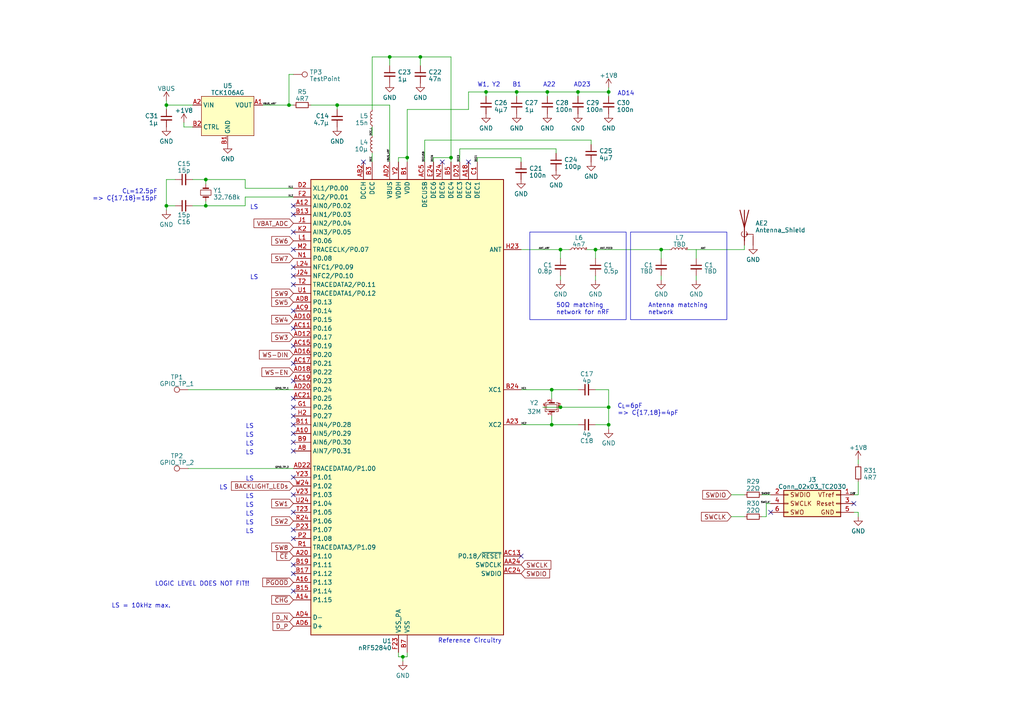
<source format=kicad_sch>
(kicad_sch (version 20230121) (generator eeschema)
  (paper "A4")
  (title_block (title "DreamSteck") (rev "A") (company "onlyfra.nz"))
  (lib_symbols
    (symbol "Connector:TestPoint" (pin_numbers hide) (pin_names (offset 0.762) hide)
      (property "Reference" "TP" (at 0 6.858 0))
      (property "Value" "TestPoint" (at 0 5.08 0))
      (symbol "TestPoint_0_1"
        (circle (center 0 3.302) (radius 0.762))
      )
      (symbol "TestPoint_1_1"
        (pin passive line (at 0 0 90) (length 2.54) (name "1") (number "1"))
      )
    )
    (symbol "Device:Antenna_Shield" (pin_numbers hide) (pin_names (offset 1.016) hide)
      (property "Reference" "AE" (at -1.905 4.445 0))
      (property "Value" "Antenna_Shield" (at -1.905 2.54 0))
      (symbol "Antenna_Shield_0_1"
        (arc (start -0.508 -1.143) (mid -0.8429 -2.1194) (end 0 -2.667))
        (arc (start 0 -2.667) (mid 0.7989 -2.1052) (end 0.508 -1.143))
        (polyline (pts (xy 0 -2.54) (xy 0 0)))
        (polyline (pts (xy 0 5.08) (xy 0 -3.81)) (stroke (width 0.254)))
        (polyline (pts (xy 0.762 -1.905) (xy 2.54 -1.905)))
        (polyline (pts (xy 2.54 -2.54) (xy 2.54 -1.905)))
        (polyline (pts (xy 1.27 5.08) (xy 0 0) (xy -1.27 5.08)) (stroke (width 0.254)))
        (circle (center 0.762 -1.905) (radius 0.1778) (fill (type outline)))
      )
      (symbol "Antenna_Shield_1_1"
        (pin input line (at 0 -5.08 90) (length 2.54) (name "A") (number "1"))
        (pin input line (at 2.54 -5.08 90) (length 2.54) (name "Shield") (number "2"))
      )
    )
    (symbol "Device:C_Small" (pin_numbers hide) (pin_names (offset 0.254) hide)
      (property "Reference" "C" (at 0.254 1.778 0))
      (property "Value" "C_Small" (at 0.254 -2.032 0))
      (symbol "C_Small_0_1"
        (polyline (pts (xy -1.524 -0.508) (xy 1.524 -0.508)) (stroke (width 0.3302)))
        (polyline (pts (xy -1.524 0.508) (xy 1.524 0.508)) (stroke (width 0.3048)))
      )
      (symbol "C_Small_1_1"
        (pin passive line (at 0 2.54 270) (length 2.032) (name "~") (number "1"))
        (pin passive line (at 0 -2.54 90) (length 2.032) (name "~") (number "2"))
      )
    )
    (symbol "Device:Crystal_GND24_Small" (pin_names (offset 1.016) hide)
      (property "Reference" "Y" (at 1.27 4.445 0))
      (property "Value" "Crystal_GND24_Small" (at 1.27 2.54 0))
      (symbol "Crystal_GND24_Small_0_1"
        (rectangle (start -0.762 -1.524) (end 0.762 1.524))
        (polyline (pts (xy -1.27 -0.762) (xy -1.27 0.762)) (stroke (width 0.381)))
        (polyline (pts (xy 1.27 -0.762) (xy 1.27 0.762)) (stroke (width 0.381)))
        (polyline (pts (xy -1.27 -1.27) (xy -1.27 -1.905) (xy 1.27 -1.905) (xy 1.27 -1.27)))
        (polyline (pts (xy -1.27 1.27) (xy -1.27 1.905) (xy 1.27 1.905) (xy 1.27 1.27)))
      )
      (symbol "Crystal_GND24_Small_1_1"
        (pin passive line (at -2.54 0 0) (length 1.27) (name "1") (number "1"))
        (pin passive line (at 0 -2.54 90) (length 0.635) (name "2") (number "2"))
        (pin passive line (at 2.54 0 180) (length 1.27) (name "3") (number "3"))
        (pin passive line (at 0 2.54 270) (length 0.635) (name "4") (number "4"))
      )
    )
    (symbol "Device:Crystal_Small" (pin_numbers hide) (pin_names (offset 1.016) hide)
      (property "Reference" "Y" (at 0 2.54 0))
      (property "Value" "Crystal_Small" (at 0 -2.54 0))
      (symbol "Crystal_Small_0_1"
        (rectangle (start -0.762 -1.524) (end 0.762 1.524))
        (polyline (pts (xy -1.27 -0.762) (xy -1.27 0.762)) (stroke (width 0.381)))
        (polyline (pts (xy 1.27 -0.762) (xy 1.27 0.762)) (stroke (width 0.381)))
      )
      (symbol "Crystal_Small_1_1"
        (pin passive line (at -2.54 0 0) (length 1.27) (name "1") (number "1"))
        (pin passive line (at 2.54 0 180) (length 1.27) (name "2") (number "2"))
      )
    )
    (symbol "Device:L_Small" (pin_numbers hide) (pin_names (offset 0.254) hide)
      (property "Reference" "L" (at 0.762 1.016 0))
      (property "Value" "L_Small" (at 0.762 -1.016 0))
      (symbol "L_Small_0_1"
        (arc (start 0 -2.032) (mid 0.5058 -1.524) (end 0 -1.016))
        (arc (start 0 -1.016) (mid 0.5058 -0.508) (end 0 0))
        (arc (start 0 0) (mid 0.5058 0.508) (end 0 1.016))
        (arc (start 0 1.016) (mid 0.5058 1.524) (end 0 2.032))
      )
      (symbol "L_Small_1_1"
        (pin passive line (at 0 2.54 270) (length 0.508) (name "~") (number "1"))
        (pin passive line (at 0 -2.54 90) (length 0.508) (name "~") (number "2"))
      )
    )
    (symbol "Device:R_Small" (pin_numbers hide) (pin_names (offset 0.254) hide)
      (property "Reference" "R" (at 0.762 0.508 0))
      (property "Value" "R_Small" (at 0.762 -1.016 0))
      (symbol "R_Small_0_1"
        (rectangle (start -0.762 1.778) (end 0.762 -1.778) (stroke (width 0.2032)))
      )
      (symbol "R_Small_1_1"
        (pin passive line (at 0 2.54 270) (length 0.762) (name "~") (number "1"))
        (pin passive line (at 0 -2.54 90) (length 0.762) (name "~") (number "2"))
      )
    )
    (symbol "Franz-Lib:Conn_02x03_TC2030" (pin_names (offset 1.016) hide)
      (property "Reference" "J" (at 0 5.08 0))
      (property "Value" "Conn_02x03_TC2030" (at 0 -5.08 0))
      (symbol "Conn_02x03_TC2030_0_0"
        (text "GND" (at -5.842 -2.54 0) (effects (font (size 1.27 1.27)) (justify left)))
        (text "Reset" (at -5.842 0 0) (effects (font (size 1.27 1.27)) (justify left)))
        (text "SWCLK" (at 7.112 0 0) (effects (font (size 1.27 1.27)) (justify right)))
        (text "SWDIO" (at 7.112 2.54 0) (effects (font (size 1.27 1.27)) (justify right)))
        (text "SWO" (at 7.112 -2.54 0) (effects (font (size 1.27 1.27)) (justify right)))
        (text "VTref" (at -5.842 2.54 0) (effects (font (size 1.27 1.27)) (justify left)))
      )
      (symbol "Conn_02x03_TC2030_1_1"
        (rectangle (start -7.62 -2.413) (end -6.35 -2.667) (stroke (width 0.1524)))
        (rectangle (start -7.62 0.127) (end -6.35 -0.127) (stroke (width 0.1524)))
        (rectangle (start -7.62 2.667) (end -6.35 2.413) (stroke (width 0.1524)))
        (rectangle (start -7.62 3.81) (end 8.89 -3.81) (stroke (width 0.254)) (fill (type background)))
        (rectangle (start 8.89 -2.413) (end 7.62 -2.667) (stroke (width 0.1524)))
        (rectangle (start 8.89 0.127) (end 7.62 -0.127) (stroke (width 0.1524)))
        (rectangle (start 8.89 2.667) (end 7.62 2.413) (stroke (width 0.1524)))
        (pin passive line (at -11.43 2.54 0) (length 3.81) (name "Pin_1") (number "1"))
        (pin passive line (at 12.7 2.54 180) (length 3.81) (name "Pin_2") (number "2"))
        (pin passive line (at -11.43 0 0) (length 3.81) (name "Pin_3") (number "3"))
        (pin passive line (at 12.7 0 180) (length 3.81) (name "Pin_4") (number "4"))
        (pin passive line (at -11.43 -2.54 0) (length 3.81) (name "Pin_5") (number "5"))
        (pin passive line (at 12.7 -2.54 180) (length 3.81) (name "Pin_6") (number "6"))
      )
    )
    (symbol "Franz-Lib:L_Small_Polarised" (pin_numbers hide) (pin_names (offset 0.254) hide)
      (property "Reference" "L" (at 0.762 1.016 0))
      (property "Value" "L_Small_Polarised" (at 0.762 -1.016 0))
      (symbol "L_Small_Polarised_0_1"
        (arc (start 0 -2.032) (mid 0.5058 -1.524) (end 0 -1.016))
        (arc (start 0 -1.016) (mid 0.5058 -0.508) (end 0 0))
        (arc (start 0 0) (mid 0.5058 0.508) (end 0 1.016))
        (arc (start 0 1.016) (mid 0.5058 1.524) (end 0 2.032))
        (circle (center 0.4064 -2.3876) (radius 0.0718) (stroke (width 0.1524)))
      )
      (symbol "L_Small_Polarised_1_1"
        (pin passive line (at 0 2.54 270) (length 0.508) (name "~") (number "1"))
        (pin passive line (at 0 -2.54 90) (length 0.508) (name "~") (number "2"))
      )
    )
    (symbol "Franz-Lib:TCK106AG"
      (property "Reference" "U" (at 0 8.89 0))
      (property "Value" "TCK106AG" (at 0 6.35 0))
      (symbol "TCK106AG_0_1"
        (rectangle (start -7.62 5.08) (end 7.62 -6.35) (stroke (width 0.1524)) (fill (type background)))
      )
      (symbol "TCK106AG_1_1"
        (pin input line (at 10.16 2.54 180) (length 2.54) (name "VOUT") (number "A1"))
        (pin input line (at -10.16 2.54 0) (length 2.54) (name "VIN") (number "A2"))
        (pin input line (at 0 -8.89 90) (length 2.54) (name "GND") (number "B1"))
        (pin input line (at -10.16 -3.81 0) (length 2.54) (name "CTRL") (number "B2"))
      )
    )
    (symbol "MCU_Nordic:nRF52840"
      (property "Reference" "U" (at 0 5.08 0))
      (property "Value" "nRF52840" (at 0 2.54 0))
      (symbol "nRF52840_0_1"
        (rectangle (start -27.94 66.04) (end 27.94 -66.04) (stroke (width 0.254)) (fill (type background)))
      )
      (symbol "nRF52840_1_1"
        (pin bidirectional line (at 33.02 -7.62 180) (length 5.08) (name "AIN5/P0.29") (number "A10"))
        (pin bidirectional line (at 33.02 58.42 180) (length 5.08) (name "AIN0/P0.02") (number "A12"))
        (pin bidirectional line (at 33.02 -55.88 180) (length 5.08) (name "P1.15") (number "A14"))
        (pin bidirectional line (at 33.02 -50.8 180) (length 5.08) (name "P1.13") (number "A16"))
        (pin passive line (at -17.78 71.12 270) (length 5.08) (name "DEC2") (number "A18"))
        (pin bidirectional line (at 33.02 -43.18 180) (length 5.08) (name "P1.10") (number "A20"))
        (pin passive line (at 0 71.12 270) (length 5.08) hide (name "VDD") (number "A22"))
        (pin input line (at -33.02 -5.08 0) (length 5.08) (name "XC2") (number "A23"))
        (pin bidirectional line (at 33.02 -12.7 180) (length 5.08) (name "AIN7/P0.31") (number "A8"))
        (pin input line (at -33.02 -45.72 0) (length 5.08) (name "SWDCLK") (number "AA24"))
        (pin power_out line (at 12.7 71.12 270) (length 5.08) (name "DCCH") (number "AB2"))
        (pin bidirectional line (at 33.02 22.86 180) (length 5.08) (name "P0.16") (number "AC11"))
        (pin bidirectional line (at -33.02 -43.18 0) (length 5.08) (name "P0.18/~{RESET}") (number "AC13"))
        (pin bidirectional line (at 33.02 17.78 180) (length 5.08) (name "P0.19") (number "AC15"))
        (pin bidirectional line (at 33.02 12.7 180) (length 5.08) (name "P0.21") (number "AC17"))
        (pin bidirectional line (at 33.02 7.62 180) (length 5.08) (name "P0.23") (number "AC19"))
        (pin bidirectional line (at 33.02 2.54 180) (length 5.08) (name "P0.25") (number "AC21"))
        (pin bidirectional line (at -33.02 -48.26 0) (length 5.08) (name "SWDIO") (number "AC24"))
        (pin passive line (at -5.08 71.12 270) (length 5.08) (name "DECUSB") (number "AC5"))
        (pin bidirectional line (at 33.02 27.94 180) (length 5.08) (name "P0.14") (number "AC9"))
        (pin bidirectional line (at 33.02 25.4 180) (length 5.08) (name "P0.15") (number "AD10"))
        (pin bidirectional line (at 33.02 20.32 180) (length 5.08) (name "P0.17") (number "AD12"))
        (pin passive line (at 0 71.12 270) (length 5.08) hide (name "VDD") (number "AD14"))
        (pin bidirectional line (at 33.02 15.24 180) (length 5.08) (name "P0.20") (number "AD16"))
        (pin bidirectional line (at 33.02 10.16 180) (length 5.08) (name "P0.22") (number "AD18"))
        (pin power_in line (at 5.08 71.12 270) (length 5.08) (name "VBUS") (number "AD2"))
        (pin bidirectional line (at 33.02 5.08 180) (length 5.08) (name "P0.24") (number "AD20"))
        (pin bidirectional line (at 33.02 -17.78 180) (length 5.08) (name "TRACEDATA0/P1.00") (number "AD22"))
        (pin passive line (at 0 71.12 270) (length 5.08) hide (name "VDD") (number "AD23"))
        (pin bidirectional line (at 33.02 -60.96 180) (length 5.08) (name "D-") (number "AD4"))
        (pin bidirectional line (at 33.02 -63.5 180) (length 5.08) (name "D+") (number "AD6"))
        (pin bidirectional line (at 33.02 30.48 180) (length 5.08) (name "P0.13") (number "AD8"))
        (pin power_in line (at 0 71.12 270) (length 5.08) (name "VDD") (number "B1"))
        (pin bidirectional line (at 33.02 -5.08 180) (length 5.08) (name "AIN4/P0.28") (number "B11"))
        (pin bidirectional line (at 33.02 55.88 180) (length 5.08) (name "AIN1/P0.03") (number "B13"))
        (pin bidirectional line (at 33.02 -53.34 180) (length 5.08) (name "P1.14") (number "B15"))
        (pin bidirectional line (at 33.02 -48.26 180) (length 5.08) (name "P1.12") (number "B17"))
        (pin bidirectional line (at 33.02 -45.72 180) (length 5.08) (name "P1.11") (number "B19"))
        (pin input line (at -33.02 5.08 0) (length 5.08) (name "XC1") (number "B24"))
        (pin power_out line (at 10.16 71.12 270) (length 5.08) (name "DCC") (number "B3"))
        (pin passive line (at -12.7 71.12 270) (length 5.08) (name "DEC4") (number "B5"))
        (pin power_in line (at 0 -71.12 90) (length 5.08) (name "VSS") (number "B7"))
        (pin bidirectional line (at 33.02 -10.16 180) (length 5.08) (name "AIN6/P0.30") (number "B9"))
        (pin passive line (at -20.32 71.12 270) (length 5.08) (name "DEC1") (number "C1"))
        (pin bidirectional line (at 33.02 63.5 180) (length 5.08) (name "XL1/P0.00") (number "D2"))
        (pin passive line (at -15.24 71.12 270) (length 5.08) (name "DEC3") (number "D23"))
        (pin passive line (at -7.62 71.12 270) (length 5.08) (name "DEC6") (number "E24"))
        (pin passive line (at 0 -71.12 90) (length 5.08) hide (name "VSS") (number "EP"))
        (pin bidirectional line (at 33.02 60.96 180) (length 5.08) (name "XL2/P0.01") (number "F2"))
        (pin power_in line (at 2.54 -71.12 90) (length 5.08) (name "VSS_PA") (number "F23"))
        (pin bidirectional line (at 33.02 0 180) (length 5.08) (name "P0.26") (number "G1"))
        (pin bidirectional line (at 33.02 -2.54 180) (length 5.08) (name "P0.27") (number "H2"))
        (pin passive line (at -33.02 45.72 0) (length 5.08) (name "ANT") (number "H23"))
        (pin bidirectional line (at 33.02 53.34 180) (length 5.08) (name "AIN2/P0.04") (number "J1"))
        (pin bidirectional line (at 33.02 38.1 180) (length 5.08) (name "NFC2/P0.10") (number "J24"))
        (pin bidirectional line (at 33.02 50.8 180) (length 5.08) (name "AIN3/P0.05") (number "K2"))
        (pin bidirectional line (at 33.02 48.26 180) (length 5.08) (name "P0.06") (number "L1"))
        (pin bidirectional line (at 33.02 40.64 180) (length 5.08) (name "NFC1/P0.09") (number "L24"))
        (pin bidirectional line (at 33.02 45.72 180) (length 5.08) (name "TRACECLK/P0.07") (number "M2"))
        (pin bidirectional line (at 33.02 43.18 180) (length 5.08) (name "P0.08") (number "N1"))
        (pin passive line (at -10.16 71.12 270) (length 5.08) (name "DEC5") (number "N24"))
        (pin bidirectional line (at 33.02 -38.1 180) (length 5.08) (name "P1.08") (number "P2"))
        (pin bidirectional line (at 33.02 -35.56 180) (length 5.08) (name "P1.07") (number "P23"))
        (pin bidirectional line (at 33.02 -40.64 180) (length 5.08) (name "TRACEDATA3/P1.09") (number "R1"))
        (pin bidirectional line (at 33.02 -33.02 180) (length 5.08) (name "P1.06") (number "R24"))
        (pin bidirectional line (at 33.02 35.56 180) (length 5.08) (name "TRACEDATA2/P0.11") (number "T2"))
        (pin bidirectional line (at 33.02 -30.48 180) (length 5.08) (name "P1.05") (number "T23"))
        (pin bidirectional line (at 33.02 33.02 180) (length 5.08) (name "TRACEDATA1/P0.12") (number "U1"))
        (pin bidirectional line (at 33.02 -27.94 180) (length 5.08) (name "P1.04") (number "U24"))
        (pin bidirectional line (at 33.02 -25.4 180) (length 5.08) (name "P1.03") (number "V23"))
        (pin passive line (at 0 71.12 270) (length 5.08) hide (name "VDD") (number "W1"))
        (pin bidirectional line (at 33.02 -22.86 180) (length 5.08) (name "P1.02") (number "W24"))
        (pin power_in line (at 2.54 71.12 270) (length 5.08) (name "VDDH") (number "Y2"))
        (pin bidirectional line (at 33.02 -20.32 180) (length 5.08) (name "P1.01") (number "Y23"))
      )
    )
    (symbol "power:+1V8" (power) (pin_names (offset 0))
      (property "Value" "+1V8" (at 0 3.556 0))
      (symbol "+1V8_0_1"
        (polyline (pts (xy -0.762 1.27) (xy 0 2.54)))
        (polyline (pts (xy 0 0) (xy 0 2.54)))
        (polyline (pts (xy 0 2.54) (xy 0.762 1.27)))
      )
      (symbol "+1V8_1_1"
        (pin power_in line (at 0 0 90) (length 0) hide (name "+1V8") (number "1"))
      )
    )
    (symbol "power:GND" (power) (pin_names (offset 0))
      (property "Value" "GND" (at 0 -3.81 0))
      (symbol "GND_0_1"
        (polyline (pts (xy 0 0) (xy 0 -1.27) (xy 1.27 -1.27) (xy 0 -2.54) (xy -1.27 -1.27) (xy 0 -1.27)))
      )
      (symbol "GND_1_1"
        (pin power_in line (at 0 0 270) (length 0) hide (name "GND") (number "1"))
      )
    )
    (symbol "power:VBUS" (power) (pin_names (offset 0))
      (property "Value" "VBUS" (at 0 3.81 0))
      (symbol "VBUS_0_1"
        (polyline (pts (xy -0.762 1.27) (xy 0 2.54)))
        (polyline (pts (xy 0 0) (xy 0 2.54)))
        (polyline (pts (xy 0 2.54) (xy 0.762 1.27)))
      )
      (symbol "VBUS_1_1"
        (pin power_in line (at 0 0 90) (length 0) hide (name "VBUS") (number "1"))
      )
    )
  )
  (junction (at 149.86 26.67))
  (junction (at 176.53 123.19))
  (junction (at 158.75 26.67))
  (junction (at 162.56 72.39))
  (junction (at 191.77 72.39))
  (junction (at 121.92 16.51))
  (junction (at 113.03 16.51))
  (junction (at 162.56 118.11))
  (junction (at 176.53 118.11))
  (junction (at 48.26 59.69))
  (junction (at 48.26 30.48))
  (junction (at 176.53 26.67))
  (junction (at 59.69 52.07))
  (junction (at 118.11 45.72))
  (junction (at 130.81 45.72))
  (junction (at 116.84 190.5))
  (junction (at 97.79 30.48))
  (junction (at 167.64 26.67))
  (junction (at 59.69 59.69))
  (junction (at 160.02 113.03))
  (junction (at 172.72 72.39))
  (junction (at 83.82 30.48))
  (junction (at 160.02 123.19))
  (junction (at 140.97 26.67))
  (no_connect (at 85.09 125.73))
  (no_connect (at 85.09 128.27))
  (no_connect (at 85.09 105.41))
  (no_connect (at 85.09 120.65))
  (no_connect (at 135.89 46.99))
  (no_connect (at 85.09 118.11))
  (no_connect (at 85.09 138.43))
  (no_connect (at 85.09 77.47))
  (no_connect (at 85.09 153.67))
  (no_connect (at 85.09 72.39))
  (no_connect (at 85.09 148.59))
  (no_connect (at 85.09 82.55))
  (no_connect (at 128.27 46.99))
  (no_connect (at 85.09 95.25))
  (no_connect (at 85.09 156.21))
  (no_connect (at 85.09 59.69))
  (no_connect (at 85.09 67.31))
  (no_connect (at 85.09 166.37))
  (no_connect (at 85.09 90.17))
  (no_connect (at 85.09 163.83))
  (no_connect (at 105.41 46.99))
  (no_connect (at 247.65 146.05))
  (no_connect (at 85.09 100.33))
  (no_connect (at 151.13 161.29))
  (no_connect (at 85.09 80.01))
  (no_connect (at 85.09 110.49))
  (no_connect (at 85.09 143.51))
  (no_connect (at 85.09 62.23))
  (no_connect (at 85.09 123.19))
  (no_connect (at 85.09 130.81))
  (no_connect (at 85.09 171.45))
  (no_connect (at 223.52 148.59))
  (no_connect (at 85.09 115.57))
  (wire (pts (xy 48.26 52.07) (xy 48.26 59.69)))
  (wire (pts (xy 107.95 16.51) (xy 107.95 31.75)))
  (wire (pts (xy 55.88 59.69) (xy 59.69 59.69)))
  (wire (pts (xy 55.88 36.83) (xy 53.34 36.83)))
  (wire (pts (xy 160.02 113.03) (xy 160.02 115.57)))
  (wire (pts (xy 172.72 72.39) (xy 172.72 74.93)))
  (wire (pts (xy 172.72 80.01) (xy 172.72 81.28)))
  (wire (pts (xy 171.45 40.64) (xy 171.45 41.91)))
  (wire (pts (xy 54.61 135.89) (xy 85.09 135.89)))
  (wire (pts (xy 162.56 118.11) (xy 176.53 118.11)))
  (wire (pts (xy 113.03 30.48) (xy 113.03 46.99)))
  (wire (pts (xy 125.73 45.72) (xy 130.81 45.72)))
  (wire (pts (xy 90.17 30.48) (xy 97.79 30.48)))
  (wire (pts (xy 161.29 43.18) (xy 133.35 43.18)))
  (wire (pts (xy 83.82 21.59) (xy 83.82 30.48)))
  (wire (pts (xy 161.29 44.45) (xy 161.29 43.18)))
  (wire (pts (xy 135.89 31.75) (xy 135.89 26.67)))
  (wire (pts (xy 172.72 72.39) (xy 170.18 72.39)))
  (wire (pts (xy 201.93 72.39) (xy 199.39 72.39)))
  (wire (pts (xy 248.92 139.7) (xy 248.92 143.51)))
  (wire (pts (xy 149.86 26.67) (xy 149.86 27.94)))
  (wire (pts (xy 107.95 36.83) (xy 107.95 39.37)))
  (wire (pts (xy 176.53 118.11) (xy 176.53 123.19)))
  (wire (pts (xy 71.12 54.61) (xy 71.12 52.07)))
  (wire (pts (xy 176.53 123.19) (xy 176.53 124.46)))
  (wire (pts (xy 176.53 25.4) (xy 176.53 26.67)))
  (wire (pts (xy 191.77 72.39) (xy 191.77 74.93)))
  (wire (pts (xy 151.13 72.39) (xy 162.56 72.39)))
  (wire (pts (xy 83.82 30.48) (xy 85.09 30.48)))
  (wire (pts (xy 220.98 149.86) (xy 222.25 149.86)))
  (wire (pts (xy 140.97 26.67) (xy 140.97 27.94)))
  (wire (pts (xy 158.75 26.67) (xy 167.64 26.67)))
  (wire (pts (xy 222.25 146.05) (xy 223.52 146.05)))
  (wire (pts (xy 118.11 190.5) (xy 118.11 189.23)))
  (wire (pts (xy 54.61 113.03) (xy 85.09 113.03)))
  (wire (pts (xy 59.69 59.69) (xy 71.12 59.69)))
  (wire (pts (xy 116.84 190.5) (xy 115.57 190.5)))
  (wire (pts (xy 118.11 45.72) (xy 118.11 46.99)))
  (wire (pts (xy 158.75 26.67) (xy 158.75 27.94)))
  (wire (pts (xy 191.77 72.39) (xy 194.31 72.39)))
  (wire (pts (xy 76.2 30.48) (xy 83.82 30.48)))
  (wire (pts (xy 201.93 72.39) (xy 215.9 72.39)))
  (wire (pts (xy 121.92 19.05) (xy 121.92 16.51)))
  (wire (pts (xy 149.86 26.67) (xy 158.75 26.67)))
  (wire (pts (xy 118.11 31.75) (xy 135.89 31.75)))
  (wire (pts (xy 222.25 149.86) (xy 222.25 146.05)))
  (wire (pts (xy 113.03 16.51) (xy 121.92 16.51)))
  (wire (pts (xy 125.73 46.99) (xy 125.73 45.72)))
  (wire (pts (xy 107.95 16.51) (xy 113.03 16.51)))
  (wire (pts (xy 116.84 190.5) (xy 118.11 190.5)))
  (wire (pts (xy 176.53 123.19) (xy 172.72 123.19)))
  (wire (pts (xy 50.8 52.07) (xy 48.26 52.07)))
  (wire (pts (xy 48.26 59.69) (xy 50.8 59.69)))
  (wire (pts (xy 130.81 46.99) (xy 130.81 45.72)))
  (wire (pts (xy 59.69 58.42) (xy 59.69 59.69)))
  (wire (pts (xy 115.57 190.5) (xy 115.57 189.23)))
  (wire (pts (xy 48.26 31.75) (xy 48.26 30.48)))
  (wire (pts (xy 167.64 26.67) (xy 176.53 26.67)))
  (wire (pts (xy 212.09 149.86) (xy 215.9 149.86)))
  (wire (pts (xy 138.43 45.72) (xy 138.43 46.99)))
  (wire (pts (xy 172.72 113.03) (xy 176.53 113.03)))
  (wire (pts (xy 160.02 120.65) (xy 160.02 123.19)))
  (wire (pts (xy 176.53 113.03) (xy 176.53 118.11)))
  (wire (pts (xy 71.12 59.69) (xy 71.12 57.15)))
  (wire (pts (xy 248.92 143.51) (xy 247.65 143.51)))
  (wire (pts (xy 201.93 80.01) (xy 201.93 81.28)))
  (wire (pts (xy 48.26 30.48) (xy 55.88 30.48)))
  (wire (pts (xy 215.9 143.51) (xy 212.09 143.51)))
  (wire (pts (xy 116.84 191.77) (xy 116.84 190.5)))
  (wire (pts (xy 248.92 149.86) (xy 248.92 148.59)))
  (wire (pts (xy 85.09 54.61) (xy 71.12 54.61)))
  (wire (pts (xy 215.9 71.12) (xy 215.9 72.39)))
  (wire (pts (xy 130.81 16.51) (xy 130.81 45.72)))
  (wire (pts (xy 97.79 30.48) (xy 97.79 31.75)))
  (wire (pts (xy 140.97 26.67) (xy 149.86 26.67)))
  (wire (pts (xy 121.92 16.51) (xy 130.81 16.51)))
  (wire (pts (xy 53.34 36.83) (xy 53.34 35.56)))
  (wire (pts (xy 115.57 45.72) (xy 118.11 45.72)))
  (wire (pts (xy 157.48 118.11) (xy 162.56 118.11)))
  (wire (pts (xy 201.93 72.39) (xy 201.93 74.93)))
  (wire (pts (xy 118.11 45.72) (xy 118.11 31.75)))
  (wire (pts (xy 71.12 52.07) (xy 59.69 52.07)))
  (wire (pts (xy 71.12 57.15) (xy 85.09 57.15)))
  (wire (pts (xy 85.09 21.59) (xy 83.82 21.59)))
  (wire (pts (xy 133.35 43.18) (xy 133.35 46.99)))
  (wire (pts (xy 160.02 113.03) (xy 167.64 113.03)))
  (wire (pts (xy 123.19 40.64) (xy 171.45 40.64)))
  (wire (pts (xy 123.19 40.64) (xy 123.19 46.99)))
  (wire (pts (xy 248.92 133.35) (xy 248.92 134.62)))
  (wire (pts (xy 48.26 29.21) (xy 48.26 30.48)))
  (wire (pts (xy 151.13 113.03) (xy 160.02 113.03)))
  (wire (pts (xy 248.92 148.59) (xy 247.65 148.59)))
  (wire (pts (xy 167.64 26.67) (xy 167.64 27.94)))
  (wire (pts (xy 176.53 26.67) (xy 176.53 27.94)))
  (wire (pts (xy 151.13 45.72) (xy 138.43 45.72)))
  (wire (pts (xy 151.13 123.19) (xy 160.02 123.19)))
  (wire (pts (xy 48.26 59.69) (xy 48.26 60.96)))
  (wire (pts (xy 107.95 44.45) (xy 107.95 46.99)))
  (wire (pts (xy 135.89 26.67) (xy 140.97 26.67)))
  (wire (pts (xy 160.02 123.19) (xy 167.64 123.19)))
  (wire (pts (xy 165.1 72.39) (xy 162.56 72.39)))
  (wire (pts (xy 191.77 80.01) (xy 191.77 81.28)))
  (wire (pts (xy 162.56 72.39) (xy 162.56 74.93)))
  (wire (pts (xy 220.98 143.51) (xy 223.52 143.51)))
  (wire (pts (xy 151.13 46.99) (xy 151.13 45.72)))
  (wire (pts (xy 59.69 52.07) (xy 59.69 53.34)))
  (wire (pts (xy 162.56 80.01) (xy 162.56 81.28)))
  (wire (pts (xy 172.72 72.39) (xy 191.77 72.39)))
  (wire (pts (xy 113.03 16.51) (xy 113.03 19.05)))
  (wire (pts (xy 55.88 52.07) (xy 59.69 52.07)))
  (wire (pts (xy 115.57 46.99) (xy 115.57 45.72)))
  (wire (pts (xy 97.79 30.48) (xy 113.03 30.48)))
  (rectangle (start 182.88 67.31) (end 210.82 92.71))
  (rectangle (start 153.67 67.31) (end 181.61 92.71))
  (text "C_{L}=12.5pF\n=> C{17,18}=15pF" (at 45.72 58.42 0) (effects (font (size 1.27 1.27)) (justify right bottom)))
  (text "LS" (at 73.66 152.4 0) (effects (font (size 1.27 1.27)) (justify right bottom)))
  (text "LS" (at 73.66 127 0) (effects (font (size 1.27 1.27)) (justify right bottom)))
  (text "LS" (at 66.04 142.24 0) (effects (font (size 1.27 1.27)) (justify right bottom)))
  (text "LOGIC LEVEL DOES NOT FIT!!" (at 72.39 170.18 0) (effects (font (size 1.27 1.27)) (justify right bottom)))
  (text "C_{L}=6pF\n=> C{17,18}=4pF" (at 179.07 120.65 0) (effects (font (size 1.27 1.27)) (justify left bottom)))
  (text "LS" (at 73.66 147.32 0) (effects (font (size 1.27 1.27)) (justify right bottom)))
  (text "LS" (at 73.66 129.54 0) (effects (font (size 1.27 1.27)) (justify right bottom)))
  (text "B1" (at 148.59 25.4 0) (effects (font (size 1.27 1.27)) (justify left bottom)))
  (text "Antenna matching\nnetwork" (at 187.96 91.44 0) (effects (font (size 1.27 1.27)) (justify left bottom)))
  (text "LS" (at 73.66 144.78 0) (effects (font (size 1.27 1.27)) (justify right bottom)))
  (text "LS" (at 74.93 81.28 0) (effects (font (size 1.27 1.27)) (justify right bottom)))
  (text "AD14" (at 179.07 27.94 0) (effects (font (size 1.27 1.27)) (justify left bottom)))
  (text "LS" (at 73.66 139.7 0) (effects (font (size 1.27 1.27)) (justify right bottom)))
  (text "LS" (at 74.93 60.96 0) (effects (font (size 1.27 1.27)) (justify right bottom)))
  (text "LS" (at 73.66 124.46 0) (effects (font (size 1.27 1.27)) (justify right bottom)))
  (text "W1, Y2" (at 138.43 25.4 0) (effects (font (size 1.27 1.27)) (justify left bottom)))
  (text "AD23" (at 166.37 25.4 0) (effects (font (size 1.27 1.27)) (justify left bottom)))
  (text "LS" (at 73.66 132.08 0) (effects (font (size 1.27 1.27)) (justify right bottom)))
  (text "LS" (at 73.66 149.86 0) (effects (font (size 1.27 1.27)) (justify right bottom)))
  (text "LS" (at 73.66 154.94 0) (effects (font (size 1.27 1.27)) (justify right bottom)))
  (text "Reference Circuitry" (at 127 186.69 0) (effects (font (size 1.27 1.27)) (justify left bottom)))
  (text "A22" (at 157.48 25.4 0) (effects (font (size 1.27 1.27)) (justify left bottom)))
  (text "50Ω matching\nnetwork for nRF" (at 161.29 91.44 0) (effects (font (size 1.27 1.27)) (justify left bottom)))
  (text "LS = 10kHz max." (at 49.53 176.53 0) (effects (font (size 1.27 1.27)) (justify right bottom)))
  (label "XC1" (at 151.13 113.03 0) (effects (font (size 0.5 0.5))))
  (label "DEC1" (at 138.43 46.99 90) (effects (font (size 0.5 0.5))))
  (label "GPIO_TP_1" (at 83.82 113.03 180) (effects (font (size 0.5 0.5))))
  (label "DEC3" (at 133.35 46.99 90) (effects (font (size 0.5 0.5))))
  (label "XL1" (at 85.09 54.61 180) (effects (font (size 0.5 0.5))))
  (label "ANT_nRF" (at 156.21 72.39 0) (effects (font (size 0.5 0.5))))
  (label "1V8'" (at 248.285 143.51 180) (effects (font (size 0.5 0.5))))
  (label "SWCLK'" (at 223.52 146.05 180) (effects (font (size 0.5 0.5))))
  (label "ANT_FEED" (at 173.99 72.39 0) (effects (font (size 0.5 0.5))))
  (label "XC2" (at 151.13 123.19 0) (effects (font (size 0.5 0.5))))
  (label "DCC" (at 107.95 46.99 90) (effects (font (size 0.5 0.5))))
  (label "SWDIO'" (at 223.52 143.51 180) (effects (font (size 0.5 0.5))))
  (label "VBUS_nRF'" (at 76.2 30.48 0) (effects (font (size 0.5 0.5))))
  (label "DCC_L" (at 107.95 39.37 90) (effects (font (size 0.5 0.5))))
  (label "DEC6" (at 125.73 46.99 90) (effects (font (size 0.5 0.5))))
  (label "VBUS_nRF" (at 113.03 46.99 90) (effects (font (size 0.5 0.5))))
  (label "ANT" (at 203.2 72.39 0) (effects (font (size 0.5 0.5))))
  (label "XL2" (at 85.09 57.15 180) (effects (font (size 0.5 0.5))))
  (label "GPIO_TP_2" (at 83.82 135.89 180) (effects (font (size 0.5 0.5))))
  (label "DECUSB" (at 123.19 46.99 90) (effects (font (size 0.5 0.5))))
  (global_label "D_P" (shape input) (at 85.09 181.61 180) (property "Intersheetrefs" "${INTERSHEET_REFS}" (effects hide)))
  (global_label "SWDIO" (shape input) (at 151.13 166.37 0) (property "Intersheetrefs" "${INTERSHEET_REFS}" (effects hide)))
  (global_label "WS-DIN" (shape input) (at 85.09 102.87 180) (property "Intersheetrefs" "${INTERSHEET_REFS}" (effects hide)))
  (global_label "BACKLIGHT_LEDs" (shape input) (at 85.09 140.97 180) (property "Intersheetrefs" "${INTERSHEET_REFS}" (effects hide)))
  (global_label "~{PGOOD}" (shape input) (at 85.09 168.91 180) (property "Intersheetrefs" "${INTERSHEET_REFS}" (effects hide)))
  (global_label "~{CHG}" (shape input) (at 85.09 173.99 180) (property "Intersheetrefs" "${INTERSHEET_REFS}" (effects hide)))
  (global_label "SW8" (shape input) (at 85.09 158.75 180) (property "Intersheetrefs" "${INTERSHEET_REFS}" (effects hide)))
  (global_label "SWCLK" (shape input) (at 151.13 163.83 0) (property "Intersheetrefs" "${INTERSHEET_REFS}" (effects hide)))
  (global_label "SW2" (shape input) (at 85.09 151.13 180) (property "Intersheetrefs" "${INTERSHEET_REFS}" (effects hide)))
  (global_label "WS-EN" (shape input) (at 85.09 107.95 180) (property "Intersheetrefs" "${INTERSHEET_REFS}" (effects hide)))
  (global_label "SW7" (shape input) (at 85.09 74.93 180) (property "Intersheetrefs" "${INTERSHEET_REFS}" (effects hide)))
  (global_label "SW9" (shape input) (at 85.09 85.09 180) (property "Intersheetrefs" "${INTERSHEET_REFS}" (effects hide)))
  (global_label "SW5" (shape input) (at 85.09 87.63 180) (property "Intersheetrefs" "${INTERSHEET_REFS}" (effects hide)))
  (global_label "SW6" (shape input) (at 85.09 69.85 180) (property "Intersheetrefs" "${INTERSHEET_REFS}" (effects hide)))
  (global_label "SWCLK" (shape input) (at 212.09 149.86 180) (property "Intersheetrefs" "${INTERSHEET_REFS}" (effects hide)))
  (global_label "SWDIO" (shape input) (at 212.09 143.51 180) (property "Intersheetrefs" "${INTERSHEET_REFS}" (effects hide)))
  (global_label "SW4" (shape input) (at 85.09 92.71 180) (property "Intersheetrefs" "${INTERSHEET_REFS}" (effects hide)))
  (global_label "~{CE}" (shape input) (at 85.09 161.29 180) (property "Intersheetrefs" "${INTERSHEET_REFS}" (effects hide)))
  (global_label "SW1" (shape input) (at 85.09 146.05 180) (property "Intersheetrefs" "${INTERSHEET_REFS}" (effects hide)))
  (global_label "D_N" (shape input) (at 85.09 179.07 180) (property "Intersheetrefs" "${INTERSHEET_REFS}" (effects hide)))
  (global_label "SW3" (shape input) (at 85.09 97.79 180) (property "Intersheetrefs" "${INTERSHEET_REFS}" (effects hide)))
  (global_label "VBAT_ADC" (shape input) (at 85.09 64.77 180) (property "Intersheetrefs" "${INTERSHEET_REFS}" (effects hide)))
  (symbol (lib_id "power:GND") (at 48.26 60.96 0) (unit 1)
    (property "Reference" "#PWR0134" (effects hide))
    (property "Value" "GND" (at 48.26 65.1352 0))
  )
  (symbol (lib_id "Device:Crystal_Small") (at 59.69 55.88 90) (unit 1)
    (property "Reference" "Y1" (at 61.849 55.2117 90) (effects (justify right)))
    (property "Value" "32.768k" (at 61.849 57.2121 90) (effects (justify right)))
    (property "Footprint" "Franz-Lib:Crystal_SMD_3215-2Pin_NoSilk" (effects hide))
  )
  (symbol (lib_id "Device:C_Small") (at 53.34 59.69 90) (mirror x) (unit 1)
    (property "Reference" "C16" (at 53.3463 64.3509 90))
    (property "Value" "15p" (at 53.3463 62.3505 90))
    (property "Footprint" "Franz-Lib:C_0402_1005Metric_NoSilk" (effects hide))
  )
  (symbol (lib_id "Device:C_Small") (at 161.29 46.99 0) (mirror y) (unit 1)
    (property "Reference" "C24" (at 163.6141 46.328 0) (effects (justify right)))
    (property "Value" "100p" (at 163.6141 48.3284 0) (effects (justify right)))
    (property "Footprint" "Franz-Lib:C_0402_1005Metric_NoSilk" (effects hide))
  )
  (symbol (lib_id "power:GND") (at 116.84 191.77 0) (unit 1)
    (property "Reference" "#PWR0106" (effects hide))
    (property "Value" "GND" (at 116.84 195.9452 0))
  )
  (symbol (lib_id "Franz-Lib:L_Small_Polarised") (at 196.85 72.39 90) (unit 1)
    (property "Reference" "L7" (at 197.1018 68.9527 90))
    (property "Value" "TBD" (at 197.1018 70.8737 90))
    (property "Footprint" "Franz-Lib:L_0402_1005Metric_Polarised_NoSilk_Dot" (effects hide))
  )
  (symbol (lib_id "power:GND") (at 201.93 81.28 0) (mirror y) (unit 1)
    (property "Reference" "#PWR0113" (effects hide))
    (property "Value" "GND" (at 201.93 85.3361 0))
    (instances (project "DreamSteck" (path "" (reference "#PWR0113") (unit 1))) (project "Logolicht" (path "" (reference "#PWR0113") (unit 1))) (project "PCB-B" (path "" (reference "#PWR0118") (unit 1)) (path "" (reference "#PWR0153") (unit 1))))
  )
  (symbol (lib_id "power:GND") (at 113.03 24.13 0) (mirror y) (unit 1)
    (property "Reference" "#PWR0147" (effects hide))
    (property "Value" "GND" (at 113.03 28.3052 0))
  )
  (symbol (lib_id "power:GND") (at 162.56 81.28 0) (unit 1)
    (property "Reference" "#PWR0113" (effects hide))
    (property "Value" "GND" (at 162.56 85.3361 0))
    (instances (project "DreamSteck" (path "" (reference "#PWR0113") (unit 1))) (project "Logolicht" (path "" (reference "#PWR0113") (unit 1))) (project "PCB-B" (path "" (reference "#PWR0113") (unit 1)) (path "" (reference "#PWR0122") (unit 1))))
  )
  (symbol (lib_id "power:GND") (at 161.29 49.53 0) (mirror y) (unit 1)
    (property "Reference" "#PWR0148" (effects hide))
    (property "Value" "GND" (at 161.29 53.7052 0))
  )
  (symbol (lib_id "Device:R_Small") (at 87.63 30.48 90) (unit 1)
    (property "Reference" "R5" (at 87.63 26.6446 90))
    (property "Value" "4R7" (at 87.63 28.645 90))
    (property "Footprint" "Franz-Lib:R_0402_1005Metric_NoSilk" (effects hide))
  )
  (symbol (lib_id "power:GND") (at 171.45 46.99 0) (unit 1)
    (property "Reference" "#PWR0152" (effects hide))
    (property "Value" "GND" (at 171.45 51.1652 0))
  )
  (symbol (lib_id "power:GND") (at 176.53 124.46 0) (mirror y) (unit 1)
    (property "Reference" "#PWR0113" (effects hide))
    (property "Value" "GND" (at 176.53 128.5161 0))
    (instances (project "DreamSteck" (path "" (reference "#PWR0113") (unit 1))) (project "Logolicht" (path "" (reference "#PWR0113") (unit 1))) (project "PCB-B" (path "" (reference "#PWR0118") (unit 1)) (path "" (reference "#PWR0154") (unit 1))))
  )
  (symbol (lib_id "Device:C_Small") (at 53.34 52.07 90) (unit 1)
    (property "Reference" "C15" (at 53.3463 47.498 90))
    (property "Value" "15p" (at 53.3463 49.419 90))
    (property "Footprint" "Franz-Lib:C_0402_1005Metric_NoSilk" (effects hide))
  )
  (symbol (lib_id "Device:C_Small") (at 151.13 49.53 0) (mirror y) (unit 1)
    (property "Reference" "C21" (at 153.4541 48.868 0) (effects (justify right)))
    (property "Value" "100n" (at 153.4541 50.8684 0) (effects (justify right)))
    (property "Footprint" "Franz-Lib:C_0402_1005Metric_NoSilk" (effects hide))
  )
  (symbol (lib_id "power:GND") (at 97.79 36.83 0) (unit 1)
    (property "Reference" "#PWR0146" (effects hide))
    (property "Value" "GND" (at 97.79 41.0052 0))
  )
  (symbol (lib_id "Device:C_Small") (at 167.64 30.48 0) (mirror y) (unit 1)
    (property "Reference" "C29" (at 169.9641 29.818 0) (effects (justify right)))
    (property "Value" "100n" (at 169.9641 31.8184 0) (effects (justify right)))
    (property "Footprint" "Franz-Lib:C_0402_1005Metric_NoSilk" (effects hide))
  )
  (symbol (lib_id "Device:C_Small") (at 201.93 77.47 0) (mirror y) (unit 1)
    (property "Reference" "C1" (at 204.2541 76.8818 0) (effects (justify right)))
    (property "Value" "TBD" (at 204.2541 78.644 0) (effects (justify right)))
    (property "Footprint" "Franz-Lib:C_0402_1005Metric_NoSilk" (effects hide))
    (instances (project "DreamSteck" (path "" (reference "C1") (unit 1))) (project "Logolicht" (path "" (reference "C1") (unit 1))) (project "PCB-B" (path "" (reference "C6") (unit 1)) (path "" (reference "C20") (unit 1))))
  )
  (symbol (lib_id "Device:C_Small") (at 48.26 34.29 0) (unit 1)
    (property "Reference" "C31" (at 45.9359 33.628 0) (effects (justify right)))
    (property "Value" "1µ" (at 45.9359 35.6284 0) (effects (justify right)))
    (property "Footprint" "Franz-Lib:C_0201_0603Metric_NoSilk" (effects hide))
  )
  (symbol (lib_id "Device:C_Small") (at 191.77 77.47 0) (unit 1)
    (property "Reference" "C1" (at 189.4459 76.8818 0) (effects (justify right)))
    (property "Value" "TBD" (at 189.4459 78.644 0) (effects (justify right)))
    (property "Footprint" "Franz-Lib:C_0402_1005Metric_NoSilk" (effects hide))
    (instances (project "DreamSteck" (path "" (reference "C1") (unit 1))) (project "Logolicht" (path "" (reference "C1") (unit 1))) (project "PCB-B" (path "" (reference "C1") (unit 1)) (path "" (reference "C19") (unit 1))))
  )
  (symbol (lib_id "Device:C_Small") (at 121.92 21.59 0) (mirror y) (unit 1)
    (property "Reference" "C22" (at 124.2441 20.928 0) (effects (justify right)))
    (property "Value" "47n" (at 124.2441 22.9284 0) (effects (justify right)))
    (property "Footprint" "Franz-Lib:C_0402_1005Metric_NoSilk" (effects hide))
  )
  (symbol (lib_id "power:+1V8") (at 248.92 133.35 0) (unit 1)
    (property "Reference" "#PWR0186" (effects hide))
    (property "Value" "+1V8" (at 248.92 129.8386 0))
  )
  (symbol (lib_id "power:+1V8") (at 176.53 25.4 0) (unit 1)
    (property "Reference" "#PWR0150" (effects hide))
    (property "Value" "+1V8" (at 176.53 21.8886 0))
  )
  (symbol (lib_id "Franz-Lib:Conn_02x03_TC2030") (at 236.22 146.05 0) (mirror y) (unit 1)
    (property "Reference" "J3" (at 235.585 139.1412 0))
    (property "Value" "Conn_02x03_TC2030" (at 235.585 141.1416 0))
    (property "Footprint" "Franz-Lib:Tag-Connect_TC2030-IDC-NL_2x03_P1.27mm_Vertical_NoSilk" (effects hide))
    (property "Datasheet" "https://www.tag-connect.com/wp-content/uploads/bsk-pdf-manager/2019/12/TC2030-IDC-NL-Datasheet-Rev-B.pdf" (effects hide))
  )
  (symbol (lib_id "power:GND") (at 66.04 41.91 0) (unit 1)
    (property "Reference" "#PWR0142" (effects hide))
    (property "Value" "GND" (at 66.04 46.0852 0))
  )
  (symbol (lib_id "power:GND") (at 140.97 33.02 0) (unit 1)
    (property "Reference" "#PWR0141" (effects hide))
    (property "Value" "GND" (at 140.97 37.1952 0))
  )
  (symbol (lib_id "Device:C_Small") (at 170.18 123.19 90) (mirror x) (unit 1)
    (property "Reference" "C18" (at 170.1863 127.8509 90))
    (property "Value" "4p" (at 170.1863 125.8505 90))
    (property "Footprint" "Franz-Lib:C_0402_1005Metric_NoSilk" (effects hide))
  )
  (symbol (lib_id "Franz-Lib:L_Small_Polarised") (at 167.64 72.39 90) (unit 1)
    (property "Reference" "L6" (at 167.8918 68.9527 90))
    (property "Value" "4n7" (at 167.8918 70.8737 90))
    (property "Footprint" "Franz-Lib:L_0402_1005Metric_Polarised_NoSilk_Dot" (effects hide))
  )
  (symbol (lib_id "Device:C_Small") (at 158.75 30.48 0) (mirror y) (unit 1)
    (property "Reference" "C28" (at 161.0741 29.818 0) (effects (justify right)))
    (property "Value" "100n" (at 161.0741 31.8184 0) (effects (justify right)))
    (property "Footprint" "Franz-Lib:C_0402_1005Metric_NoSilk" (effects hide))
  )
  (symbol (lib_id "Device:C_Small") (at 113.03 21.59 0) (mirror y) (unit 1)
    (property "Reference" "C23" (at 115.3541 20.928 0) (effects (justify right)))
    (property "Value" "1µ" (at 115.3541 22.9284 0) (effects (justify right)))
    (property "Footprint" "Franz-Lib:C_0603_1608Metric_NoSilk" (effects hide))
  )
  (symbol (lib_id "power:GND") (at 158.75 33.02 0) (unit 1)
    (property "Reference" "#PWR0139" (effects hide))
    (property "Value" "GND" (at 158.75 37.1952 0))
  )
  (symbol (lib_id "power:GND") (at 121.92 24.13 0) (mirror y) (unit 1)
    (property "Reference" "#PWR0145" (effects hide))
    (property "Value" "GND" (at 121.92 28.3052 0))
  )
  (symbol (lib_id "power:GND") (at 176.53 33.02 0) (unit 1)
    (property "Reference" "#PWR0151" (effects hide))
    (property "Value" "GND" (at 176.53 37.1952 0))
  )
  (symbol (lib_id "power:GND") (at 151.13 52.07 0) (mirror y) (unit 1)
    (property "Reference" "#PWR0149" (effects hide))
    (property "Value" "GND" (at 151.13 56.2452 0))
  )
  (symbol (lib_id "Connector:TestPoint") (at 54.61 135.89 90) (unit 1)
    (property "Reference" "TP2" (at 51.308 132.2451 90))
    (property "Value" "GPIO_TP_2" (at 51.308 134.1661 90))
    (property "Footprint" "Franz-Lib:TestPoint_Pad_1.0x2.0mm_NoSilk" (effects hide))
  )
  (symbol (lib_id "Device:C_Small") (at 176.53 30.48 0) (mirror y) (unit 1)
    (property "Reference" "C30" (at 178.8541 29.818 0) (effects (justify right)))
    (property "Value" "100n" (at 178.8541 31.8184 0) (effects (justify right)))
    (property "Footprint" "Franz-Lib:C_0402_1005Metric_NoSilk" (effects hide))
  )
  (symbol (lib_id "Device:R_Small") (at 218.44 143.51 90) (unit 1)
    (property "Reference" "R29" (at 218.44 139.6746 90))
    (property "Value" "22Ω" (at 218.44 141.675 90))
    (property "Footprint" "Franz-Lib:R_0402_1005Metric_NoSilk" (effects hide))
  )
  (symbol (lib_id "power:GND") (at 48.26 36.83 0) (unit 1)
    (property "Reference" "#PWR0144" (effects hide))
    (property "Value" "GND" (at 48.26 41.0052 0))
  )
  (symbol (lib_id "power:+1V8") (at 53.34 35.56 0) (unit 1)
    (property "Reference" "#PWR0143" (effects hide))
    (property "Value" "+1V8" (at 53.34 32.0486 0))
  )
  (symbol (lib_id "Connector:TestPoint") (at 85.09 21.59 270) (unit 1)
    (property "Reference" "TP3" (at 89.789 20.9463 90) (effects (justify left)))
    (property "Value" "TestPoint" (at 89.789 22.8673 90) (effects (justify left)))
    (property "Footprint" "Franz-Lib:TestPoint_Pad_D1.0mm_NoSIlk" (effects hide))
    (instances (project "PCB-B" (path "" (reference "TP3") (unit 1)) (path "" (reference "TP8") (unit 1))))
  )
  (symbol (lib_id "Connector:TestPoint") (at 54.61 113.03 90) (unit 1)
    (property "Reference" "TP1" (at 51.308 109.3851 90))
    (property "Value" "GPIO_TP_1" (at 51.308 111.3061 90))
    (property "Footprint" "Franz-Lib:TestPoint_Pad_1.0x2.0mm_NoSilk" (effects hide))
  )
  (symbol (lib_id "Device:C_Small") (at 172.72 77.47 0) (mirror y) (unit 1)
    (property "Reference" "C1" (at 175.0441 76.8818 0) (effects (justify right)))
    (property "Value" "0.5p" (at 175.0441 78.644 0) (effects (justify right)))
    (property "Footprint" "Franz-Lib:C_0402_1005Metric_NoSilk" (effects hide))
    (instances (project "DreamSteck" (path "" (reference "C1") (unit 1))) (project "Logolicht" (path "" (reference "C1") (unit 1))) (project "PCB-B" (path "" (reference "C6") (unit 1)) (path "" (reference "C6") (unit 1))))
  )
  (symbol (lib_id "Device:C_Small") (at 171.45 44.45 0) (mirror y) (unit 1)
    (property "Reference" "C25" (at 173.7741 43.788 0) (effects (justify right)))
    (property "Value" "4µ7" (at 173.7741 45.7884 0) (effects (justify right)))
    (property "Footprint" "Franz-Lib:C_0603_1608Metric_NoSilk" (effects hide))
  )
  (symbol (lib_id "Device:R_Small") (at 218.44 149.86 90) (unit 1)
    (property "Reference" "R30" (at 218.44 146.0246 90))
    (property "Value" "22Ω" (at 218.44 148.025 90))
    (property "Footprint" "Franz-Lib:R_0402_1005Metric_NoSilk" (effects hide))
  )
  (symbol (lib_id "power:GND") (at 149.86 33.02 0) (unit 1)
    (property "Reference" "#PWR0136" (effects hide))
    (property "Value" "GND" (at 149.86 37.1952 0))
  )
  (symbol (lib_id "Device:C_Small") (at 170.18 113.03 90) (unit 1)
    (property "Reference" "C17" (at 170.1863 108.458 90))
    (property "Value" "4p" (at 170.1863 110.379 90))
    (property "Footprint" "Franz-Lib:C_0402_1005Metric_NoSilk" (effects hide))
  )
  (symbol (lib_id "Device:C_Small") (at 140.97 30.48 0) (mirror y) (unit 1)
    (property "Reference" "C26" (at 143.2941 29.818 0) (effects (justify right)))
    (property "Value" "4µ7" (at 143.2941 31.8184 0) (effects (justify right)))
    (property "Footprint" "Franz-Lib:C_0603_1608Metric_NoSilk" (effects hide))
  )
  (symbol (lib_id "MCU_Nordic:nRF52840") (at 118.11 118.11 0) (mirror y) (unit 1)
    (property "Reference" "U1" (at 113.6141 185.9122 0) (effects (justify left)))
    (property "Value" "nRF52840" (at 113.6141 187.9126 0) (effects (justify left)))
    (property "Footprint" "Franz-Lib:Nordic_AQFN-73-1EP_7x7mm_P0.5mm_NoSilk" (effects hide))
    (property "Datasheet" "http://infocenter.nordicsemi.com/topic/com.nordic.infocenter.nrf52/dita/nrf52/chips/nrf52840.html" (effects hide))
  )
  (symbol (lib_id "power:GND") (at 172.72 81.28 0) (mirror y) (unit 1)
    (property "Reference" "#PWR0113" (effects hide))
    (property "Value" "GND" (at 172.72 85.3361 0))
    (instances (project "DreamSteck" (path "" (reference "#PWR0113") (unit 1))) (project "Logolicht" (path "" (reference "#PWR0113") (unit 1))) (project "PCB-B" (path "" (reference "#PWR0118") (unit 1)) (path "" (reference "#PWR0135") (unit 1))))
  )
  (symbol (lib_id "Device:C_Small") (at 149.86 30.48 0) (mirror y) (unit 1)
    (property "Reference" "C27" (at 152.1841 29.818 0) (effects (justify right)))
    (property "Value" "1µ" (at 152.1841 31.8184 0) (effects (justify right)))
    (property "Footprint" "Franz-Lib:C_0603_1608Metric_NoSilk" (effects hide))
  )
  (symbol (lib_id "Device:Antenna_Shield") (at 215.9 66.04 0) (unit 1)
    (property "Reference" "AE2" (at 219.075 64.7367 0) (effects (justify left)))
    (property "Value" "Antenna_Shield" (at 219.075 66.7371 0) (effects (justify left)))
    (property "Footprint" "Franz-Lib:Texas_SWRR034C_2.4GHz_Right" (effects hide))
  )
  (symbol (lib_id "Device:C_Small") (at 162.56 77.47 0) (unit 1)
    (property "Reference" "C1" (at 160.2359 76.8818 0) (effects (justify right)))
    (property "Value" "0.8p" (at 160.2359 78.644 0) (effects (justify right)))
    (property "Footprint" "Franz-Lib:C_0402_1005Metric_NoSilk" (effects hide))
  )
  (symbol (lib_id "Device:R_Small") (at 248.92 137.16 0) (unit 1)
    (property "Reference" "R31" (at 250.4186 136.4917 0) (effects (justify left)))
    (property "Value" "4R7" (at 250.4186 138.4921 0) (effects (justify left)))
    (property "Footprint" "Franz-Lib:R_0402_1005Metric_NoSilk" (effects hide))
  )
  (symbol (lib_id "Device:L_Small") (at 107.95 34.29 0) (mirror y) (unit 1)
    (property "Reference" "L5" (at 106.8092 33.6217 0) (effects (justify left)))
    (property "Value" "15n" (at 106.8092 35.6221 0) (effects (justify left)))
    (property "Footprint" "Franz-Lib:L_0402_1005Metric_NoSilk" (effects hide))
  )
  (symbol (lib_id "Device:C_Small") (at 97.79 34.29 0) (unit 1)
    (property "Reference" "C14" (at 95.4659 33.628 0) (effects (justify right)))
    (property "Value" "4.7µ" (at 95.4659 35.6284 0) (effects (justify right)))
    (property "Footprint" "Franz-Lib:C_0603_1608Metric_NoSilk" (effects hide))
  )
  (symbol (lib_id "power:GND") (at 218.44 71.12 0) (unit 1)
    (property "Reference" "#PWR0106" (effects hide))
    (property "Value" "GND" (at 218.44 75.2952 0))
    (instances (project "DreamSteck" (path "" (reference "#PWR0106") (unit 1))) (project "PCB-B" (path "" (reference "#PWR0111") (unit 1)) (path "" (reference "#PWR0123") (unit 1))))
  )
  (symbol (lib_id "Franz-Lib:TCK106AG") (at 66.04 33.02 0) (unit 1)
    (property "Reference" "U5" (at 66.04 24.892 0))
    (property "Value" "TCK106AG" (at 66.04 26.8924 0))
    (property "Footprint" "Franz-Lib:WCSPD-4_NoSilk" (effects hide))
    (property "Datasheet" "https://toshiba.semicon-storage.com/info/TCK106AG_datasheet_en_20151005.pdf?did=30131&prodName=TCK106AG" (effects hide))
  )
  (symbol (lib_id "power:VBUS") (at 48.26 29.21 0) (unit 1)
    (property "Reference" "#PWR0132" (effects hide))
    (property "Value" "VBUS" (at 48.26 25.6986 0))
  )
  (symbol (lib_id "Device:L_Small") (at 107.95 41.91 0) (mirror y) (unit 1)
    (property "Reference" "L4" (at 106.8092 41.2417 0) (effects (justify left)))
    (property "Value" "10µ" (at 106.8092 43.2421 0) (effects (justify left)))
    (property "Footprint" "Franz-Lib:L_0603_1608Metric_NoSilk" (effects hide))
  )
  (symbol (lib_id "power:GND") (at 191.77 81.28 0) (unit 1)
    (property "Reference" "#PWR0113" (effects hide))
    (property "Value" "GND" (at 191.77 85.3361 0))
  )
  (symbol (lib_id "power:GND") (at 167.64 33.02 0) (unit 1)
    (property "Reference" "#PWR0140" (effects hide))
    (property "Value" "GND" (at 167.64 37.1952 0))
  )
  (symbol (lib_id "Device:Crystal_GND24_Small") (at 160.02 118.11 90) (unit 1)
    (property "Reference" "Y2" (at 154.94 116.84 90))
    (property "Value" "32M" (at 154.94 119.38 90))
    (property "Footprint" "Franz-Lib:OSC_XRCGB24M000F3M01R0" (effects hide))
  )
  (symbol (lib_id "power:GND") (at 248.92 149.86 0) (unit 1)
    (property "Reference" "#PWR0137" (effects hide))
    (property "Value" "GND" (at 248.92 154.0352 0))
  )
)
</source>
